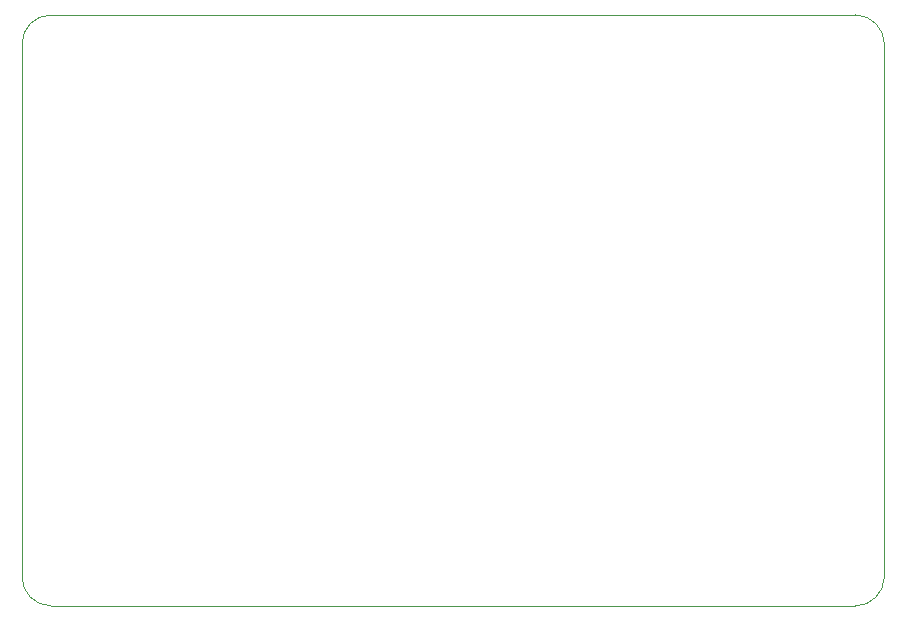
<source format=gbr>
%TF.GenerationSoftware,KiCad,Pcbnew,5.1.5+dfsg1-2build2*%
%TF.CreationDate,2020-11-12T15:53:12+01:00*%
%TF.ProjectId,tardigrade,74617264-6967-4726-9164-652e6b696361,V1.1*%
%TF.SameCoordinates,Original*%
%TF.FileFunction,Profile,NP*%
%FSLAX46Y46*%
G04 Gerber Fmt 4.6, Leading zero omitted, Abs format (unit mm)*
G04 Created by KiCad (PCBNEW 5.1.5+dfsg1-2build2) date 2020-11-12 15:53:12*
%MOMM*%
%LPD*%
G04 APERTURE LIST*
%TA.AperFunction,Profile*%
%ADD10C,0.050000*%
%TD*%
G04 APERTURE END LIST*
D10*
X178130700Y-19926300D02*
G75*
G02X180607200Y-22402800I0J-2476500D01*
G01*
X180607200Y-67487800D02*
G75*
G02X178130700Y-69964300I-2476500J0D01*
G01*
X110058700Y-69964300D02*
G75*
G02X107582200Y-67487800I0J2476500D01*
G01*
X107582200Y-22402800D02*
G75*
G02X110058700Y-19926300I2476500J0D01*
G01*
X178130700Y-69964300D02*
X110058700Y-69964300D01*
X180607200Y-22402800D02*
X180607200Y-67487800D01*
X110058700Y-19926300D02*
X178130700Y-19926300D01*
X107582200Y-67487800D02*
X107582200Y-22402800D01*
M02*

</source>
